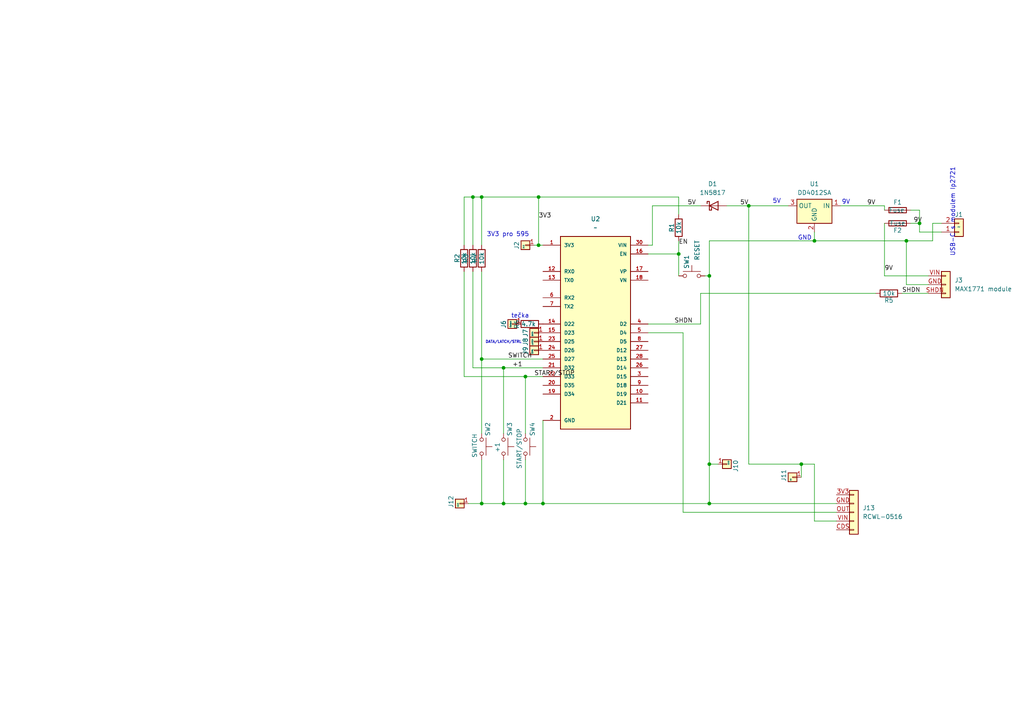
<source format=kicad_sch>
(kicad_sch (version 20250114) (generator "eeschema") (generator_version "9.0")
  (paper "A4")
  (lib_symbols
    (symbol "Conn_01x01_1" (pin_names (offset 1.016) (hide yes))
      (property "Reference" "J6" (at 2.54 1.27 90))
      (property "Value" "Output" (at 0.508 1.016 90))
      (symbol "Conn_01x01_1_1_1"
        (rectangle (start -1.27 1.27) (end 1.27 -1.27) (stroke (width 0.254)) (fill (type background)))
        (rectangle (start -1.27 0.127) (end 0 -0.127) (stroke (width 0.1524)))
        (pin passive line (at -2.54 0 0) (length 1.27) (name "Pin_1") (number "1"))
      )
    )
    (symbol "Connector_Generic:Conn_01x02" (pin_names (offset 1.016) (hide yes))
      (property "Reference" "J" (at 0 2.54 0))
      (property "Value" "Conn_01x02" (at 0 -5.08 0))
      (symbol "Conn_01x02_1_1"
        (rectangle (start -1.27 1.27) (end 1.27 -3.81) (stroke (width 0.254)) (fill (type background)))
        (rectangle (start -1.27 0.127) (end 0 -0.127) (stroke (width 0.1524)))
        (rectangle (start -1.27 -2.413) (end 0 -2.667) (stroke (width 0.1524)))
        (pin passive line (at -5.08 0 0) (length 3.81) (name "Pin_1") (number "1"))
        (pin passive line (at -5.08 -2.54 0) (length 3.81) (name "Pin_2") (number "2"))
      )
    )
    (symbol "Connector_Generic:Conn_01x03" (pin_names (offset 1.016) (hide yes))
      (property "Reference" "J3" (at 2.54 1.2701 0))
      (property "Value" "MAX1771 module" (at 2.54 -1.2699 0))
      (symbol "Conn_01x03_1_1"
        (rectangle (start -1.27 3.81) (end 1.27 -3.81) (stroke (width 0.254)) (fill (type background)))
        (rectangle (start -1.27 2.667) (end 0 2.413) (stroke (width 0.1524)))
        (rectangle (start -1.27 0.127) (end 0 -0.127) (stroke (width 0.1524)))
        (rectangle (start -1.27 -2.413) (end 0 -2.667) (stroke (width 0.1524)))
        (pin passive line (at -5.08 2.54 0) (length 3.81) (name "Pin_1") (number "VIN"))
        (pin passive line (at -5.08 0 0) (length 3.81) (name "Pin_2") (number "GND"))
        (pin passive line (at -5.08 -2.54 0) (length 3.81) (name "Pin_3") (number "SHDN"))
      )
    )
    (symbol "Connector_Generic:Conn_01x05" (pin_names (offset 1.016) (hide yes))
      (property "Reference" "J24" (at 2.54 1.2701 0))
      (property "Value" "RCWL-0516" (at 2.54 -1.2699 0))
      (symbol "Conn_01x05_1_1"
        (rectangle (start -1.27 6.35) (end 1.27 -6.35) (stroke (width 0.254)) (fill (type background)))
        (rectangle (start -1.27 5.207) (end 0 4.953) (stroke (width 0.1524)))
        (rectangle (start -1.27 2.667) (end 0 2.413) (stroke (width 0.1524)))
        (rectangle (start -1.27 0.127) (end 0 -0.127) (stroke (width 0.1524)))
        (rectangle (start -1.27 -2.413) (end 0 -2.667) (stroke (width 0.1524)))
        (rectangle (start -1.27 -4.953) (end 0 -5.207) (stroke (width 0.1524)))
        (pin passive line (at -5.08 5.08 0) (length 3.81) (name "Pin_1") (number "3V3"))
        (pin passive line (at -5.08 2.54 0) (length 3.81) (name "Pin_2") (number "GND"))
        (pin passive line (at -5.08 0 0) (length 3.81) (name "Pin_3") (number "OUT"))
        (pin passive line (at -5.08 -2.54 0) (length 3.81) (name "Pin_4") (number "VIN"))
        (pin passive line (at -5.08 -5.08 0) (length 3.81) (name "Pin_5") (number "CDS"))
      )
    )
    (symbol "Converter_DCDC:OKI-78SR-5_1.5-W36H-C"
      (property "Reference" "U" (at -3.81 3.175 0))
      (property "Value" "OKI-78SR-5_1.5-W36H-C" (at 0 3.175 0))
      (symbol "OKI-78SR-5_1.5-W36H-C_0_1"
        (rectangle (start -5.08 1.905) (end 5.08 -5.08) (stroke (width 0.254)) (fill (type background)))
      )
      (symbol "OKI-78SR-5_1.5-W36H-C_1_1"
        (pin power_in line (at -7.62 0 0) (length 2.54) (name "IN") (number "1"))
        (pin power_in line (at 0 -7.62 90) (length 2.54) (name "GND") (number "2"))
        (pin power_out line (at 7.62 0 180) (length 2.54) (name "OUT") (number "3"))
      )
    )
    (symbol "Device:Fuse" (pin_numbers (hide yes)) (pin_names (offset 0))
      (property "Reference" "F" (at 2.032 0 90))
      (property "Value" "Fuse" (at -1.905 0 90))
      (symbol "Fuse_0_1"
        (rectangle (start -0.762 -2.54) (end 0.762 2.54) (stroke (width 0.254)))
        (polyline (pts (xy 0 2.54) (xy 0 -2.54)))
      )
      (symbol "Fuse_1_1"
        (pin passive line (at 0 3.81 270) (length 1.27) (name "~") (number "1"))
        (pin passive line (at 0 -3.81 90) (length 1.27) (name "~") (number "2"))
      )
    )
    (symbol "Device:R" (pin_numbers (hide yes)) (pin_names (offset 0))
      (property "Reference" "R" (at 2.032 0 90))
      (property "Value" "R" (at 0 0 90))
      (symbol "R_0_1"
        (rectangle (start -1.016 -2.54) (end 1.016 2.54) (stroke (width 0.254)))
      )
      (symbol "R_1_1"
        (pin passive line (at 0 3.81 270) (length 1.27) (name "~") (number "1"))
        (pin passive line (at 0 -3.81 90) (length 1.27) (name "~") (number "2"))
      )
    )
    (symbol "Diode:1N5817" (pin_numbers (hide yes)) (pin_names (offset 1.016) (hide yes))
      (property "Reference" "D" (at 0 2.54 0))
      (property "Value" "1N5817" (at 0 -2.54 0))
      (symbol "1N5817_0_1"
        (polyline (pts (xy -1.905 0.635) (xy -1.905 1.27) (xy -1.27 1.27) (xy -1.27 -1.27) (xy -0.635 -1.27) (xy -0.635 -0.635)) (stroke (width 0.254)))
        (polyline (pts (xy 1.27 1.27) (xy 1.27 -1.27) (xy -1.27 0) (xy 1.27 1.27)) (stroke (width 0.254)))
        (polyline (pts (xy 1.27 0) (xy -1.27 0)))
      )
      (symbol "1N5817_1_1"
        (pin passive line (at -3.81 0 0) (length 2.54) (name "K") (number "1"))
        (pin passive line (at 3.81 0 180) (length 2.54) (name "A") (number "2"))
      )
    )
    (symbol "ESP32-DEVKIT-V1:ESP32-DEVKIT-V1" (pin_names (offset 1.016))
      (property "Reference" "U" (at -10.16 30.48 0))
      (property "Value" "ESP32-DEVKIT-V1" (at -10.16 -30.48 0))
      (symbol "ESP32-DEVKIT-V1_0_0"
        (rectangle (start -10.16 -27.94) (end 10.16 27.94) (stroke (width 0.254)) (fill (type background)))
        (pin input line (at -15.24 25.4 0) (length 5.08) (name "VIN") (number "30"))
        (pin input line (at -15.24 22.86 0) (length 5.08) (name "EN") (number "16"))
        (pin bidirectional line (at -15.24 17.78 0) (length 5.08) (name "VP") (number "17"))
        (pin bidirectional line (at -15.24 15.24 0) (length 5.08) (name "VN") (number "18"))
        (pin bidirectional line (at -15.24 2.54 0) (length 5.08) (name "D2") (number "4"))
        (pin bidirectional line (at -15.24 0 0) (length 5.08) (name "D4") (number "5"))
        (pin bidirectional line (at -15.24 -2.54 0) (length 5.08) (name "D5") (number "8"))
        (pin bidirectional line (at -15.24 -5.08 0) (length 5.08) (name "D12") (number "27"))
        (pin bidirectional line (at -15.24 -7.62 0) (length 5.08) (name "D13") (number "28"))
        (pin bidirectional line (at -15.24 -10.16 0) (length 5.08) (name "D14") (number "26"))
        (pin bidirectional line (at -15.24 -12.7 0) (length 5.08) (name "D15") (number "3"))
        (pin bidirectional line (at -15.24 -15.24 0) (length 5.08) (name "D18") (number "9"))
        (pin bidirectional line (at -15.24 -17.78 0) (length 5.08) (name "D19") (number "10"))
        (pin bidirectional line (at -15.24 -20.32 0) (length 5.08) (name "D21") (number "11"))
        (pin output line (at 15.24 25.4 180) (length 5.08) (name "3V3") (number "1"))
        (pin input line (at 15.24 17.78 180) (length 5.08) (name "RX0") (number "12"))
        (pin output line (at 15.24 15.24 180) (length 5.08) (name "TX0") (number "13"))
        (pin input line (at 15.24 10.16 180) (length 5.08) (name "RX2") (number "6"))
        (pin output line (at 15.24 7.62 180) (length 5.08) (name "TX2") (number "7"))
        (pin bidirectional line (at 15.24 2.54 180) (length 5.08) (name "D22") (number "14"))
        (pin bidirectional line (at 15.24 0 180) (length 5.08) (name "D23") (number "15"))
        (pin bidirectional line (at 15.24 -2.54 180) (length 5.08) (name "D25") (number "23"))
        (pin bidirectional line (at 15.24 -5.08 180) (length 5.08) (name "D26") (number "24"))
        (pin bidirectional line (at 15.24 -7.62 180) (length 5.08) (name "D27") (number "25"))
        (pin bidirectional line (at 15.24 -10.16 180) (length 5.08) (name "D32") (number "21"))
        (pin bidirectional line (at 15.24 -12.7 180) (length 5.08) (name "D33") (number "22"))
        (pin bidirectional line (at 15.24 -15.24 180) (length 5.08) (name "D35") (number "20"))
        (pin bidirectional line (at 15.24 -17.78 180) (length 5.08) (name "D34") (number "19"))
        (pin power_in line (at 15.24 -25.4 180) (length 5.08) (name "GND") (number "2"))
        (pin power_in line (at 15.24 -25.4 180) (length 5.08) (hide yes) (name "GND") (number "29"))
      )
    )
    (symbol "R_1" (pin_numbers (hide yes)) (pin_names (offset 0))
      (property "Reference" "R15" (at -1.27 3.81 0))
      (property "Value" "470" (at 0 -1.778 90))
      (symbol "R_1_0_1"
        (rectangle (start -1.016 -2.54) (end 1.016 2.54) (stroke (width 0.254)))
      )
      (symbol "R_1_1_1"
        (pin passive line (at 0 2.54 270) (length 0) (name "~") (number "1"))
        (pin passive line (at 0 -3.81 90) (length 1.27) (name "~") (number "2"))
      )
    )
    (symbol "Switch:SW_Push" (pin_numbers (hide yes)) (pin_names (offset 1.016) (hide yes))
      (property "Reference" "SW1" (at 1.524 6.096 90))
      (property "Value" "SW_Push" (at -1.524 10.414 90))
      (symbol "SW_Push_0_1"
        (circle (center -2.032 0) (radius 0.508))
        (polyline (pts (xy 0 1.27) (xy 0 3.048)))
        (circle (center 2.032 0) (radius 0.508))
        (polyline (pts (xy 2.54 1.27) (xy -2.54 1.27)))
      )
      (symbol "SW_Push_1_1"
        (pin passive line (at -3.81 0 0) (length 1.27) (name "1") (number "1"))
        (pin passive line (at 3.81 0 180) (length 1.27) (name "2") (number "2"))
      )
    )
  )
  (text "3V3 pro 595" (at 147.32 68.072 0) (effects (font (size 1.27 1.27))))
  (text "DATA/LATCH/STRL" (at 146.05 99.314 0) (effects (font (size 0.762 0.762))))
  (text "9V" (at 245.364 58.674 0) (effects (font (size 1.27 1.27))))
  (text "tečka" (at 150.876 91.694 0) (effects (font (size 1.27 1.27))))
  (text "5V" (at 225.298 58.42 0) (effects (font (size 1.27 1.27))))
  (text "GND" (at 233.426 69.088 0) (effects (font (size 1.27 1.27))))
  (text "USB-C s modulem Ip2721" (at 276.352 61.468 90) (effects (font (size 1.27 1.27))))
  (junction (at 266.7 64.77))
  (junction (at 152.4 146.05))
  (junction (at 156.21 71.12))
  (junction (at 156.21 57.15))
  (junction (at 146.05 106.68))
  (junction (at 157.48 146.05))
  (junction (at 139.7 57.15))
  (junction (at 232.41 134.62))
  (junction (at 146.05 146.05))
  (junction (at 262.89 69.85))
  (junction (at 152.4 109.22))
  (junction (at 139.7 104.14))
  (junction (at 139.7 146.05))
  (junction (at 236.22 69.85))
  (junction (at 205.74 134.62))
  (junction (at 205.74 146.05))
  (junction (at 217.17 59.69))
  (junction (at 137.16 57.15))
  (junction (at 196.85 73.66))
  (junction (at 205.74 80.01))
  (no_connect (at -800.1 -491.49))
  (no_connect (at -1386.84 -1120.14))
  (wire (pts (xy 139.7 104.14) (xy 157.48 104.14)))
  (wire (pts (xy 157.48 146.05) (xy 205.74 146.05)))
  (wire (pts (xy 187.96 96.52) (xy 198.12 96.52)))
  (wire (pts (xy 204.47 80.01) (xy 205.74 80.01)))
  (wire (pts (xy 217.17 134.62) (xy 232.41 134.62)))
  (wire (pts (xy 232.41 138.43) (xy 232.41 134.62)))
  (wire (pts (xy 243.84 59.69) (xy 256.54 59.69)))
  (wire (pts (xy 256.54 59.69) (xy 256.54 60.96)))
  (wire (pts (xy 152.4 133.35) (xy 152.4 146.05)))
  (wire (pts (xy 236.22 69.85) (xy 262.89 69.85)))
  (wire (pts (xy 205.74 69.85) (xy 236.22 69.85)))
  (wire (pts (xy 187.96 73.66) (xy 196.85 73.66)))
  (wire (pts (xy 152.4 125.73) (xy 152.4 109.22)))
  (wire (pts (xy 152.4 109.22) (xy 157.48 109.22)))
  (wire (pts (xy 157.48 121.92) (xy 157.48 146.05)))
  (wire (pts (xy 236.22 134.62) (xy 236.22 151.13)))
  (wire (pts (xy 139.7 57.15) (xy 139.7 71.12)))
  (wire (pts (xy 273.05 64.77) (xy 270.51 64.77)))
  (wire (pts (xy 266.7 60.96) (xy 264.16 60.96)))
  (wire (pts (xy 137.16 57.15) (xy 139.7 57.15)))
  (wire (pts (xy 139.7 125.73) (xy 139.7 104.14)))
  (wire (pts (xy 236.22 151.13) (xy 242.57 151.13)))
  (wire (pts (xy 203.2 93.98) (xy 187.96 93.98)))
  (wire (pts (xy 266.7 67.31) (xy 266.7 64.77)))
  (wire (pts (xy 203.2 85.09) (xy 254 85.09)))
  (wire (pts (xy 205.74 80.01) (xy 205.74 134.62)))
  (wire (pts (xy 139.7 133.35) (xy 139.7 146.05)))
  (wire (pts (xy 210.82 59.69) (xy 217.17 59.69)))
  (wire (pts (xy 134.62 57.15) (xy 134.62 71.12)))
  (wire (pts (xy 189.23 71.12) (xy 187.96 71.12)))
  (wire (pts (xy 196.85 80.01) (xy 196.85 73.66)))
  (wire (pts (xy 146.05 106.68) (xy 137.16 106.68)))
  (wire (pts (xy 217.17 59.69) (xy 228.6 59.69)))
  (wire (pts (xy 139.7 146.05) (xy 146.05 146.05)))
  (wire (pts (xy 152.4 146.05) (xy 157.48 146.05)))
  (wire (pts (xy 262.89 69.85) (xy 262.89 82.55)))
  (wire (pts (xy 189.23 59.69) (xy 203.2 59.69)))
  (wire (pts (xy 256.54 80.01) (xy 269.24 80.01)))
  (wire (pts (xy 139.7 104.14) (xy 139.7 78.74)))
  (wire (pts (xy 270.51 69.85) (xy 262.89 69.85)))
  (wire (pts (xy 139.7 57.15) (xy 156.21 57.15)))
  (wire (pts (xy 196.85 62.23) (xy 196.85 57.15)))
  (wire (pts (xy 236.22 67.31) (xy 236.22 69.85)))
  (wire (pts (xy 198.12 96.52) (xy 198.12 148.59)))
  (wire (pts (xy 146.05 133.35) (xy 146.05 146.05)))
  (wire (pts (xy 217.17 59.69) (xy 217.17 134.62)))
  (wire (pts (xy 137.16 71.12) (xy 137.16 57.15)))
  (wire (pts (xy 232.41 134.62) (xy 236.22 134.62)))
  (wire (pts (xy 196.85 57.15) (xy 156.21 57.15)))
  (wire (pts (xy 270.51 64.77) (xy 270.51 69.85)))
  (wire (pts (xy 156.21 57.15) (xy 156.21 71.12)))
  (wire (pts (xy 146.05 106.68) (xy 157.48 106.68)))
  (wire (pts (xy 205.74 134.62) (xy 205.74 146.05)))
  (wire (pts (xy 242.57 146.05) (xy 205.74 146.05)))
  (wire (pts (xy 134.62 78.74) (xy 134.62 109.22)))
  (wire (pts (xy 273.05 67.31) (xy 266.7 67.31)))
  (wire (pts (xy 189.23 59.69) (xy 189.23 71.12)))
  (wire (pts (xy 135.89 146.05) (xy 139.7 146.05)))
  (wire (pts (xy 269.24 82.55) (xy 262.89 82.55)))
  (wire (pts (xy 269.24 85.09) (xy 261.62 85.09)))
  (wire (pts (xy 146.05 125.73) (xy 146.05 106.68)))
  (wire (pts (xy 146.05 146.05) (xy 152.4 146.05)))
  (wire (pts (xy 134.62 57.15) (xy 137.16 57.15)))
  (wire (pts (xy 203.2 93.98) (xy 203.2 85.09)))
  (wire (pts (xy 154.94 71.12) (xy 156.21 71.12)))
  (wire (pts (xy 196.85 69.85) (xy 196.85 73.66)))
  (wire (pts (xy 205.74 69.85) (xy 205.74 80.01)))
  (wire (pts (xy 264.16 64.77) (xy 266.7 64.77)))
  (wire (pts (xy 256.54 64.77) (xy 256.54 80.01)))
  (wire (pts (xy 137.16 106.68) (xy 137.16 78.74)))
  (wire (pts (xy 205.74 134.62) (xy 208.28 134.62)))
  (wire (pts (xy 152.4 109.22) (xy 134.62 109.22)))
  (wire (pts (xy 266.7 64.77) (xy 266.7 60.96)))
  (wire (pts (xy 198.12 148.59) (xy 242.57 148.59)))
  (wire (pts (xy 157.48 71.12) (xy 156.21 71.12)))
  (label "SWITCH" (at 147.32 104.14 0))
  (label "EN" (at 196.85 71.12 0))
  (label "SHDN" (at 261.62 85.09 0))
  (label "5V" (at 214.63 59.69 0))
  (label "9V" (at 264.9408 64.77 0))
  (label "SHDN" (at 195.58 93.98 0))
  (label "9V" (at 251.46 59.69 0))
  (label "3V3" (at 156.21 63.5 0))
  (label "+1" (at 148.59 106.68 0))
  (label "5V" (at 199.39 59.69 0))
  (label "9V" (at 256.54 78.74 0))
  (label "START{slash}STOP" (at 154.94 109.22 0))
  (symbol (lib_name "Conn_01x01_1") (lib_id "Connector_Generic:Conn_01x01") (at 229.87 138.43 180) (unit 1)
    (property "Reference" "J11" (at 227.33 139.7 90) (effects (justify right)))
    (property "Value" "5V" (at 229.362 139.446 90) (effects (font (size 0.381 0.381)) (justify right)))
    (property "Footprint" "Connector_PinHeader_1.00mm:PinHeader_1x01_P1.00mm_Vertical" (effects (hide yes)))
    (property "Description" "Generic connector, single row, 01x01, script generated (kicad-library-utils/schlib/autogen/connector/)" (effects (hide yes)))
  )
  (symbol (lib_name "Conn_01x01_1") (lib_id "Connector_Generic:Conn_01x01") (at 154.94 101.6 180) (unit 1)
    (property "Reference" "J9" (at 152.4 102.87 90) (effects (justify right)))
    (property "Value" "STRL" (at 154.432 102.616 90) (effects (font (size 0.381 0.381)) (justify right)))
    (property "Footprint" "Connector_PinHeader_1.00mm:PinHeader_1x01_P1.00mm_Vertical" (effects (hide yes)))
    (property "Description" "Generic connector, single row, 01x01, script generated (kicad-library-utils/schlib/autogen/connector/)" (effects (hide yes)))
  )
  (symbol (lib_id "Device:Fuse") (at 260.35 64.77 90) (unit 1)
    (property "Reference" "F2" (at 260.35 66.802 90))
    (property "Value" "Fuse" (at 260.35 64.77 90))
    (property "Footprint" "Fuse:Fuse_1812_4532Metric" (effects (hide yes)))
    (property "Description" "Fuse" (effects (hide yes)))
  )
  (symbol (lib_id "Connector_Generic:Conn_01x05") (at 247.65 148.59 0) (unit 1)
    (property "Reference" "J13" (at 250.19 147.3199 0) (effects (justify left)))
    (property "Value" "RCWL-0516" (at 250.19 149.8599 0) (effects (justify left)))
    (property "Footprint" "LOGIC-74HC595N_DIP16_:Untitled" (effects (hide yes)))
    (property "Description" "Generic connector, single row, 01x05, script generated (kicad-library-utils/schlib/autogen/connector/)" (effects (hide yes)))
  )
  (symbol (lib_name "Conn_01x01_1") (lib_id "Connector_Generic:Conn_01x01") (at 133.35 146.05 180) (unit 1)
    (property "Reference" "J12" (at 130.81 147.32 90) (effects (justify right)))
    (property "Value" "GND" (at 132.842 147.066 90) (effects (font (size 0.381 0.381)) (justify right)))
    (property "Footprint" "Connector_PinHeader_1.00mm:PinHeader_1x01_P1.00mm_Vertical" (effects (hide yes)))
    (property "Description" "Generic connector, single row, 01x01, script generated (kicad-library-utils/schlib/autogen/connector/)" (effects (hide yes)))
  )
  (symbol (lib_id "Switch:SW_Push") (at 139.7 129.54 270) (mirror x) (unit 1)
    (property "Reference" "SW2" (at 141.478 122.428 0) (effects (justify right)))
    (property "Value" "SWITCH" (at 137.668 125.73 0) (effects (justify right)))
    (property "Footprint" "Button_Switch_THT:SW_PUSH_6mm_H4.3mm" (effects (hide yes)))
    (property "Description" "Push button switch, generic, two pins" (effects (hide yes)))
  )
  (symbol (lib_id "Device:R") (at 139.7 74.93 0) (mirror y) (unit 1)
    (property "Reference" "R4" (at 137.668 74.93 90))
    (property "Value" "10k" (at 139.7 74.93 90))
    (property "Footprint" "Resistor_THT:R_Axial_DIN0207_L6.3mm_D2.5mm_P10.16mm_Horizontal" (effects (hide yes)))
    (property "Description" "Resistor" (effects (hide yes)))
  )
  (symbol (lib_id "Diode:1N5817") (at 207.01 59.69 0) (unit 1)
    (property "Reference" "D1" (at 206.6925 53.34 0))
    (property "Value" "1N5817" (at 206.6925 55.88 0))
    (property "Footprint" "Diode_THT:D_DO-41_SOD81_P10.16mm_Horizontal" (effects (hide yes)))
    (property "Datasheet" "http://www.vishay.com/docs/88525/1n5817.pdf" (effects (hide yes)))
    (property "Description" "20V 1A Schottky Barrier Rectifier Diode, DO-41" (effects (hide yes)))
  )
  (symbol (lib_id "Switch:SW_Push") (at 152.4 129.54 270) (mirror x) (unit 1)
    (property "Reference" "SW4" (at 154.432 122.428 0) (effects (justify right)))
    (property "Value" "START/STOP" (at 150.622 124.206 0) (effects (justify right)))
    (property "Footprint" "Button_Switch_THT:SW_PUSH_6mm_H4.3mm" (effects (hide yes)))
    (property "Description" "Push button switch, generic, two pins" (effects (hide yes)))
  )
  (symbol (lib_id "Switch:SW_Push") (at 146.05 129.54 270) (mirror x) (unit 1)
    (property "Reference" "SW3" (at 147.828 122.428 0) (effects (justify right)))
    (property "Value" "+1" (at 144.272 128.27 0) (effects (justify right)))
    (property "Footprint" "Button_Switch_THT:SW_PUSH_6mm_H4.3mm" (effects (hide yes)))
    (property "Description" "Push button switch, generic, two pins" (effects (hide yes)))
  )
  (symbol (lib_id "Device:R") (at 257.81 85.09 90) (mirror x) (unit 1)
    (property "Reference" "R5" (at 257.81 87.122 90))
    (property "Value" "10k" (at 257.81 85.09 90))
    (property "Footprint" "Resistor_THT:R_Axial_DIN0207_L6.3mm_D2.5mm_P10.16mm_Horizontal" (effects (hide yes)))
    (property "Description" "Resistor" (effects (hide yes)))
  )
  (symbol (lib_id "Device:R") (at 196.85 66.04 0) (mirror y) (unit 1)
    (property "Reference" "R1" (at 194.818 66.04 90))
    (property "Value" "10k" (at 196.85 66.04 90))
    (property "Footprint" "Resistor_THT:R_Axial_DIN0207_L6.3mm_D2.5mm_P10.16mm_Horizontal" (effects (hide yes)))
    (property "Description" "Resistor" (effects (hide yes)))
  )
  (symbol (lib_name "Conn_01x01_1") (lib_id "Connector_Generic:Conn_01x01") (at 210.82 134.62 0) (unit 1)
    (property "Reference" "J10" (at 213.36 133.35 90) (effects (justify right)))
    (property "Value" "GND" (at 211.328 133.604 90) (effects (font (size 0.381 0.381)) (justify right)))
    (property "Footprint" "Connector_PinHeader_1.00mm:PinHeader_1x01_P1.00mm_Vertical" (effects (hide yes)))
    (property "Description" "Generic connector, single row, 01x01, script generated (kicad-library-utils/schlib/autogen/connector/)" (effects (hide yes)))
  )
  (symbol (lib_id "Device:Fuse") (at 260.35 60.96 90) (unit 1)
    (property "Reference" "F1" (at 260.35 58.674 90))
    (property "Value" "Fuse" (at 260.096 60.96 90))
    (property "Footprint" "Fuse:Fuse_1812_4532Metric" (effects (hide yes)))
    (property "Description" "Fuse" (effects (hide yes)))
  )
  (symbol (lib_name "Conn_01x01_1") (lib_id "Connector_Generic:Conn_01x01") (at 154.94 96.52 180) (unit 1)
    (property "Reference" "J7" (at 152.4 97.79 90) (effects (justify right)))
    (property "Value" "DATA" (at 154.432 97.536 90) (effects (font (size 0.381 0.381)) (justify right)))
    (property "Footprint" "Connector_PinHeader_1.00mm:PinHeader_1x01_P1.00mm_Vertical" (effects (hide yes)))
    (property "Description" "Generic connector, single row, 01x01, script generated (kicad-library-utils/schlib/autogen/connector/)" (effects (hide yes)))
  )
  (symbol (lib_id "Connector_Generic:Conn_01x03") (at 274.32 82.55 0) (unit 1)
    (property "Reference" "J3" (at 276.86 81.2799 0) (effects (justify left)))
    (property "Value" "MAX1771 module" (at 276.86 83.8199 0) (effects (justify left)))
    (property "Footprint" "LOGIC-74HC595N_DIP16_:MAX1771" (effects (hide yes)))
    (property "Description" "Generic connector, single row, 01x03, script generated (kicad-library-utils/schlib/autogen/connector/)" (effects (hide yes)))
  )
  (symbol (lib_id "Connector_Generic:Conn_01x02") (at 278.13 67.31 0) (mirror x) (unit 1)
    (property "Reference" "J1" (at 278.13 62.23 0))
    (property "Value" "~" (at 278.13 65.786 0))
    (property "Footprint" "LOGIC-74HC595N_DIP16_:PDC004-PD" (effects (hide yes)))
    (property "Description" "Generic connector, single row, 01x02, script generated (kicad-library-utils/schlib/autogen/connector/)" (effects (hide yes)))
  )
  (symbol (lib_id "Device:R") (at 134.62 74.93 0) (mirror y) (unit 1)
    (property "Reference" "R2" (at 132.588 74.93 90))
    (property "Value" "10k" (at 134.62 74.93 90))
    (property "Footprint" "Resistor_THT:R_Axial_DIN0207_L6.3mm_D2.5mm_P10.16mm_Horizontal" (effects (hide yes)))
    (property "Description" "Resistor" (effects (hide yes)))
  )
  (symbol (lib_name "Conn_01x01_1") (lib_id "Connector_Generic:Conn_01x01") (at 152.4 71.12 180) (unit 1)
    (property "Reference" "J2" (at 149.86 72.39 90) (effects (justify right)))
    (property "Value" "3V3" (at 151.892 72.136 90) (effects (font (size 0.381 0.381)) (justify right)))
    (property "Footprint" "Connector_PinHeader_1.00mm:PinHeader_1x01_P1.00mm_Vertical" (effects (hide yes)))
    (property "Description" "Generic connector, single row, 01x01, script generated (kicad-library-utils/schlib/autogen/connector/)" (effects (hide yes)))
  )
  (symbol (lib_name "R_1") (lib_id "Device:R") (at 153.67 93.98 90) (mirror x) (unit 1)
    (property "Reference" "R6" (at 149.86 92.71 0) (effects (justify left)))
    (property "Value" "4.7k" (at 155.448 93.98 90) (effects (justify left)))
    (property "Footprint" "Resistor_THT:R_Axial_DIN0207_L6.3mm_D2.5mm_P10.16mm_Horizontal" (effects (hide yes)))
    (property "Description" "Resistor" (effects (hide yes)))
  )
  (symbol (lib_name "Conn_01x01_1") (lib_id "Connector_Generic:Conn_01x01") (at 148.59 93.98 180) (unit 1)
    (property "Reference" "J6" (at 146.05 95.25 90) (effects (justify right)))
    (property "Value" "Output" (at 148.082 94.996 90) (effects (font (size 0.381 0.381)) (justify right)))
    (property "Footprint" "Connector_PinHeader_1.00mm:PinHeader_1x01_P1.00mm_Vertical" (effects (hide yes)))
    (property "Description" "Generic connector, single row, 01x01, script generated (kicad-library-utils/schlib/autogen/connector/)" (effects (hide yes)))
  )
  (symbol (lib_name "Conn_01x01_1") (lib_id "Connector_Generic:Conn_01x01") (at 154.94 99.06 180) (unit 1)
    (property "Reference" "J8" (at 152.4 100.33 90) (effects (justify right)))
    (property "Value" "LATCH" (at 154.432 100.076 90) (effects (font (size 0.381 0.381)) (justify right)))
    (property "Footprint" "Connector_PinHeader_1.00mm:PinHeader_1x01_P1.00mm_Vertical" (effects (hide yes)))
    (property "Description" "Generic connector, single row, 01x01, script generated (kicad-library-utils/schlib/autogen/connector/)" (effects (hide yes)))
  )
  (symbol (lib_id "Converter_DCDC:OKI-78SR-5_1.5-W36H-C") (at 236.22 59.69 0) (mirror y) (unit 1)
    (property "Reference" "U1" (at 236.22 53.34 0))
    (property "Value" "DD4012SA" (at 236.22 55.88 0))
    (property "Footprint" "LOGIC-74HC595N_DIP16_:Untitled_3" (effects (hide yes)))
    (property "Datasheet" "https://power.murata.com/data/power/oki-78sr.pdf" (effects (hide yes)))
    (property "Description" "1.5A Step-Down DC/DC-Regulator, 7-36V input, 5V fixed Output Voltage, LM78xx replacement, -40°C to +85°C, OKI-78SR_Horizontal" (effects (hide yes)))
  )
  (symbol (lib_id "Device:R") (at 137.16 74.93 0) (mirror y) (unit 1)
    (property "Reference" "R3" (at 135.128 74.93 90))
    (property "Value" "10k" (at 137.16 74.93 90))
    (property "Footprint" "Resistor_THT:R_Axial_DIN0207_L6.3mm_D2.5mm_P10.16mm_Horizontal" (effects (hide yes)))
    (property "Description" "Resistor" (effects (hide yes)))
  )
  (symbol (lib_id "Switch:SW_Push") (at 200.66 80.01 0) (mirror y) (unit 1)
    (property "Reference" "SW1" (at 199.136 73.914 90) (effects (justify right)))
    (property "Value" "RESET" (at 202.184 69.596 90) (effects (justify right)))
    (property "Footprint" "Button_Switch_THT:SW_PUSH_6mm_H4.3mm" (effects (hide yes)))
    (property "Description" "Push button switch, generic, two pins" (effects (hide yes)))
  )
  (symbol (lib_id "ESP32-DEVKIT-V1:ESP32-DEVKIT-V1") (at 172.72 96.52 0) (mirror y) (unit 1)
    (property "Reference" "U2" (at 172.72 63.5 0))
    (property "Value" "~" (at 172.72 66.04 0))
    (property "Footprint" "LOGIC-74HC595N_DIP16_:MODULE_ESP32_DEVKIT_V1" (effects (hide yes)))
    (property "MF" "Do it" (effects (hide yes)))
    (property "MAXIMUM_PACKAGE_HEIGHT" "6.8 mm" (effects (hide yes)))
    (property "Package" "None" (effects (hide yes)))
    (property "Price" "None" (effects (hide yes)))
    (property "Check_prices" "https://www.snapeda.com/parts/ESP32-DEVKIT-V1/Do+it/view-part/?ref=eda" (effects (hide yes)))
    (property "STANDARD" "Manufacturer Recommendations" (effects (hide yes)))
    (property "PARTREV" "N/A" (effects (hide yes)))
    (property "SnapEDA_Link" "https://www.snapeda.com/parts/ESP32-DEVKIT-V1/Do+it/view-part/?ref=snap" (effects (hide yes)))
    (property "MP" "ESP32-DEVKIT-V1" (effects (hide yes)))
    (property "Description_1" "Dual core, Wi-Fi: 2.4 GHz up to 150 Mbits/s,BLE (Bluetooth Low Energy) and legacy Bluetooth, 32 bits, Up to 240 MHz" (effects (hide yes)))
    (property "Availability" "Not in stock" (effects (hide yes)))
    (property "MANUFACTURER" "DOIT" (effects (hide yes)))
  )
)
</source>
